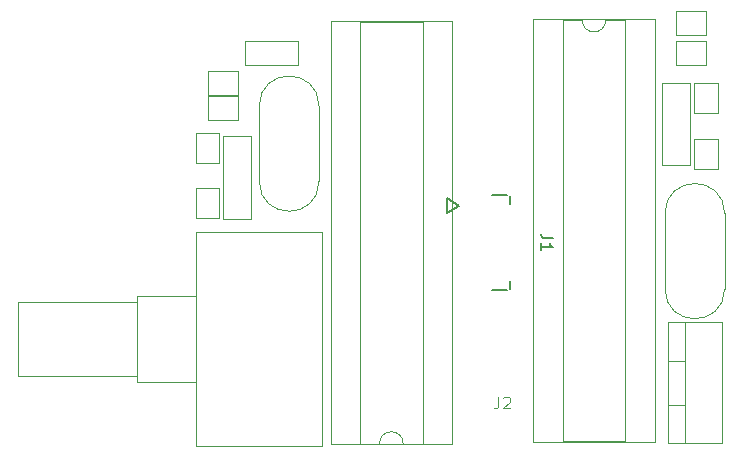
<source format=gbr>
%TF.GenerationSoftware,KiCad,Pcbnew,7.0.6-0*%
%TF.CreationDate,2024-03-12T16:57:41-04:00*%
%TF.ProjectId,Bai_channels,4261695f-6368-4616-9e6e-656c732e6b69,rev?*%
%TF.SameCoordinates,Original*%
%TF.FileFunction,Legend,Top*%
%TF.FilePolarity,Positive*%
%FSLAX46Y46*%
G04 Gerber Fmt 4.6, Leading zero omitted, Abs format (unit mm)*
G04 Created by KiCad (PCBNEW 7.0.6-0) date 2024-03-12 16:57:41*
%MOMM*%
%LPD*%
G01*
G04 APERTURE LIST*
%ADD10C,0.100000*%
%ADD11C,0.150000*%
%ADD12C,0.120000*%
%ADD13C,0.152400*%
G04 APERTURE END LIST*
D10*
X159686666Y-110717419D02*
X159686666Y-111431704D01*
X159686666Y-111431704D02*
X159639047Y-111574561D01*
X159639047Y-111574561D02*
X159543809Y-111669800D01*
X159543809Y-111669800D02*
X159400952Y-111717419D01*
X159400952Y-111717419D02*
X159305714Y-111717419D01*
X160115238Y-110812657D02*
X160162857Y-110765038D01*
X160162857Y-110765038D02*
X160258095Y-110717419D01*
X160258095Y-110717419D02*
X160496190Y-110717419D01*
X160496190Y-110717419D02*
X160591428Y-110765038D01*
X160591428Y-110765038D02*
X160639047Y-110812657D01*
X160639047Y-110812657D02*
X160686666Y-110907895D01*
X160686666Y-110907895D02*
X160686666Y-111003133D01*
X160686666Y-111003133D02*
X160639047Y-111145990D01*
X160639047Y-111145990D02*
X160067619Y-111717419D01*
X160067619Y-111717419D02*
X160686666Y-111717419D01*
D11*
X164312181Y-97316659D02*
X163597896Y-97316659D01*
X163597896Y-97316659D02*
X163455039Y-97269040D01*
X163455039Y-97269040D02*
X163359801Y-97173802D01*
X163359801Y-97173802D02*
X163312181Y-97030945D01*
X163312181Y-97030945D02*
X163312181Y-96935707D01*
X163312181Y-98316659D02*
X163312181Y-97745231D01*
X163312181Y-98030945D02*
X164312181Y-98030945D01*
X164312181Y-98030945D02*
X164169324Y-97935707D01*
X164169324Y-97935707D02*
X164074086Y-97840469D01*
X164074086Y-97840469D02*
X164026467Y-97745231D01*
D10*
%TO.C,C7*%
X174755000Y-82595000D02*
X177295000Y-82595000D01*
X177295000Y-82595000D02*
X177295000Y-80595000D01*
X177295000Y-80595000D02*
X174755000Y-80595000D01*
X174755000Y-80595000D02*
X174755000Y-82595000D01*
D12*
%TO.C,16MHz1*%
X144500000Y-86095000D02*
X144500000Y-92495000D01*
X139450000Y-86095000D02*
X139450000Y-92495000D01*
X144500000Y-86095000D02*
G75*
G03*
X139450000Y-86095000I-2525000J0D01*
G01*
X139450000Y-92495000D02*
G75*
G03*
X144500000Y-92495000I2525000J0D01*
G01*
%TO.C,RV1*%
X119055000Y-108975000D02*
X119055000Y-102735000D01*
X129055000Y-102735000D02*
X119055000Y-102735000D01*
X129055000Y-108975000D02*
X119055000Y-108975000D01*
X129055000Y-109475000D02*
X129055000Y-102235000D01*
X134055000Y-102235000D02*
X129055000Y-102235000D01*
X134055000Y-109475000D02*
X129055000Y-109475000D01*
X134055000Y-114925000D02*
X134055000Y-96785000D01*
X144795000Y-96785000D02*
X134055000Y-96785000D01*
X144795000Y-114925000D02*
X134055000Y-114925000D01*
X144795000Y-114925000D02*
X144795000Y-96785000D01*
%TO.C,U4*%
X162645000Y-78765000D02*
X162645000Y-114565000D01*
X162645000Y-114565000D02*
X172925000Y-114565000D01*
X165135000Y-78825000D02*
X165135000Y-114505000D01*
X165135000Y-114505000D02*
X170435000Y-114505000D01*
X166785000Y-78825000D02*
X165135000Y-78825000D01*
X170435000Y-78825000D02*
X168785000Y-78825000D01*
X170435000Y-114505000D02*
X170435000Y-78825000D01*
X172925000Y-78765000D02*
X162645000Y-78765000D01*
X172925000Y-114565000D02*
X172925000Y-78765000D01*
X166785000Y-78825000D02*
G75*
G03*
X168785000Y-78825000I1000000J0D01*
G01*
%TO.C,U3*%
X155765000Y-114750000D02*
X155765000Y-78950000D01*
X155765000Y-78950000D02*
X145485000Y-78950000D01*
X153275000Y-114690000D02*
X153275000Y-79010000D01*
X153275000Y-79010000D02*
X147975000Y-79010000D01*
X151625000Y-114690000D02*
X153275000Y-114690000D01*
X147975000Y-114690000D02*
X149625000Y-114690000D01*
X147975000Y-79010000D02*
X147975000Y-114690000D01*
X145485000Y-114750000D02*
X155765000Y-114750000D01*
X145485000Y-78950000D02*
X145485000Y-114750000D01*
X151625000Y-114690000D02*
G75*
G03*
X149625000Y-114690000I-1000000J0D01*
G01*
D10*
%TO.C,C8*%
X176295000Y-88915000D02*
X178295000Y-88915000D01*
X178295000Y-88915000D02*
X178295000Y-91455000D01*
X178295000Y-91455000D02*
X176295000Y-91455000D01*
X176295000Y-91455000D02*
X176295000Y-88915000D01*
%TO.C,C1*%
X174755000Y-80055000D02*
X177295000Y-80055000D01*
X177295000Y-80055000D02*
X177295000Y-78055000D01*
X177295000Y-78055000D02*
X174755000Y-78055000D01*
X174755000Y-78055000D02*
X174755000Y-80055000D01*
%TO.C,C5*%
X134075000Y-93015000D02*
X136075000Y-93015000D01*
X136075000Y-93015000D02*
X136075000Y-95555000D01*
X136075000Y-95555000D02*
X134075000Y-95555000D01*
X134075000Y-95555000D02*
X134075000Y-93015000D01*
D12*
%TO.C,U2*%
X174025000Y-114655000D02*
X178666000Y-114655000D01*
X174025000Y-114655000D02*
X174025000Y-104415000D01*
X175535000Y-114655000D02*
X175535000Y-104415000D01*
X178666000Y-114655000D02*
X178666000Y-104415000D01*
X174025000Y-111385000D02*
X175535000Y-111385000D01*
X174025000Y-107684000D02*
X175535000Y-107684000D01*
X174025000Y-104415000D02*
X178666000Y-104415000D01*
D10*
%TO.C,C4*%
X176295000Y-84135000D02*
X178295000Y-84135000D01*
X178295000Y-84135000D02*
X178295000Y-86675000D01*
X178295000Y-86675000D02*
X176295000Y-86675000D01*
X176295000Y-86675000D02*
X176295000Y-84135000D01*
D12*
%TO.C,16MHz2*%
X178850000Y-95195000D02*
X178850000Y-101595000D01*
X173800000Y-95195000D02*
X173800000Y-101595000D01*
X178850000Y-95195000D02*
G75*
G03*
X173800000Y-95195000I-2525000J0D01*
G01*
X173800000Y-101595000D02*
G75*
G03*
X178850000Y-101595000I2525000J0D01*
G01*
D10*
%TO.C,C3*%
X135135000Y-87255000D02*
X137675000Y-87255000D01*
X137675000Y-87255000D02*
X137675000Y-85255000D01*
X137675000Y-85255000D02*
X135135000Y-85255000D01*
X135135000Y-85255000D02*
X135135000Y-87255000D01*
%TO.C,R2*%
X175955000Y-84135000D02*
X173555000Y-84135000D01*
X173555000Y-84135000D02*
X173555000Y-91135000D01*
X173555000Y-91135000D02*
X175955000Y-91135000D01*
X175955000Y-91135000D02*
X175955000Y-84135000D01*
%TO.C,R1*%
X138775000Y-88655000D02*
X136375000Y-88655000D01*
X136375000Y-88655000D02*
X136375000Y-95655000D01*
X136375000Y-95655000D02*
X138775000Y-95655000D01*
X138775000Y-95655000D02*
X138775000Y-88655000D01*
%TO.C,U1*%
X138235000Y-82595000D02*
X142735000Y-82595000D01*
X142735000Y-82595000D02*
X142735000Y-80595000D01*
X142735000Y-80595000D02*
X138235000Y-80595000D01*
X138235000Y-80595000D02*
X138235000Y-82595000D01*
%TO.C,C2*%
X137665000Y-83135000D02*
X135125000Y-83135000D01*
X135125000Y-83135000D02*
X135125000Y-85135000D01*
X135125000Y-85135000D02*
X137665000Y-85135000D01*
X137665000Y-85135000D02*
X137665000Y-83135000D01*
D13*
%TO.C,J1*%
X159137450Y-93650001D02*
X160435001Y-93650001D01*
X160685001Y-93700001D02*
X160685001Y-94375006D01*
X155345001Y-93904001D02*
X156361001Y-94539001D01*
X155345001Y-95174001D02*
X155345001Y-93904001D01*
X155345001Y-95174001D02*
X156361001Y-94539001D01*
X160685001Y-100924980D02*
X160685001Y-101599985D01*
X160435001Y-101649985D02*
X159137450Y-101649985D01*
D10*
%TO.C,C6*%
X136075000Y-90895000D02*
X134075000Y-90895000D01*
X134075000Y-90895000D02*
X134075000Y-88355000D01*
X134075000Y-88355000D02*
X136075000Y-88355000D01*
X136075000Y-88355000D02*
X136075000Y-90895000D01*
%TD*%
M02*

</source>
